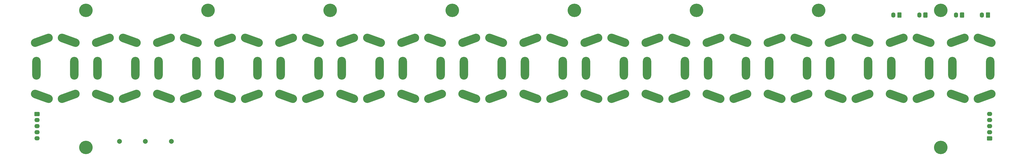
<source format=gts>
G04 #@! TF.GenerationSoftware,KiCad,Pcbnew,6.0.5+dfsg-1~bpo11+1*
G04 #@! TF.CreationDate,2022-08-13T18:52:41+00:00*
G04 #@! TF.ProjectId,switch_board,73776974-6368-45f6-926f-6172642e6b69,0.1*
G04 #@! TF.SameCoordinates,Original*
G04 #@! TF.FileFunction,Soldermask,Top*
G04 #@! TF.FilePolarity,Negative*
%FSLAX46Y46*%
G04 Gerber Fmt 4.6, Leading zero omitted, Abs format (unit mm)*
G04 Created by KiCad (PCBNEW 6.0.5+dfsg-1~bpo11+1) date 2022-08-13 18:52:41*
%MOMM*%
%LPD*%
G01*
G04 APERTURE LIST*
%ADD10O,3.500000X9.500000*%
%ADD11C,5.600000*%
%ADD12O,1.740000X2.190000*%
%ADD13O,2.190000X1.740000*%
%ADD14C,2.000000*%
G04 APERTURE END LIST*
G36*
G01*
X250632543Y-141354522D02*
X244994387Y-139302402D01*
G75*
G02*
X243948460Y-137059405I598535J1644462D01*
G01*
X243948460Y-137059405D01*
G75*
G02*
X246191457Y-136013478I1644462J-598535D01*
G01*
X251829613Y-138065598D01*
G75*
G02*
X252875540Y-140308595I-598535J-1644462D01*
G01*
X252875540Y-140308595D01*
G75*
G02*
X250632543Y-141354522I-1644462J598535D01*
G01*
G37*
D10*
X246126000Y-127000000D03*
G36*
G01*
X244994387Y-114697598D02*
X250632543Y-112645478D01*
G75*
G02*
X252875540Y-113691405I598535J-1644462D01*
G01*
X252875540Y-113691405D01*
G75*
G02*
X251829613Y-115934402I-1644462J-598535D01*
G01*
X246191457Y-117986522D01*
G75*
G02*
X243948460Y-116940595I-598535J1644462D01*
G01*
X243948460Y-116940595D01*
G75*
G02*
X244994387Y-114697598I1644462J598535D01*
G01*
G37*
G36*
G01*
X256170387Y-138065598D02*
X261808543Y-136013478D01*
G75*
G02*
X264051540Y-137059405I598535J-1644462D01*
G01*
X264051540Y-137059405D01*
G75*
G02*
X263005613Y-139302402I-1644462J-598535D01*
G01*
X257367457Y-141354522D01*
G75*
G02*
X255124460Y-140308595I-598535J1644462D01*
G01*
X255124460Y-140308595D01*
G75*
G02*
X256170387Y-138065598I1644462J598535D01*
G01*
G37*
X261874000Y-127000000D03*
G36*
G01*
X261808543Y-117986522D02*
X256170387Y-115934402D01*
G75*
G02*
X255124460Y-113691405I598535J1644462D01*
G01*
X255124460Y-113691405D01*
G75*
G02*
X257367457Y-112645478I1644462J-598535D01*
G01*
X263005613Y-114697598D01*
G75*
G02*
X264051540Y-116940595I-598535J-1644462D01*
G01*
X264051540Y-116940595D01*
G75*
G02*
X261808543Y-117986522I-1644462J598535D01*
G01*
G37*
G36*
G01*
X377632543Y-141354522D02*
X371994387Y-139302402D01*
G75*
G02*
X370948460Y-137059405I598535J1644462D01*
G01*
X370948460Y-137059405D01*
G75*
G02*
X373191457Y-136013478I1644462J-598535D01*
G01*
X378829613Y-138065598D01*
G75*
G02*
X379875540Y-140308595I-598535J-1644462D01*
G01*
X379875540Y-140308595D01*
G75*
G02*
X377632543Y-141354522I-1644462J598535D01*
G01*
G37*
X373126000Y-127000000D03*
G36*
G01*
X371994387Y-114697598D02*
X377632543Y-112645478D01*
G75*
G02*
X379875540Y-113691405I598535J-1644462D01*
G01*
X379875540Y-113691405D01*
G75*
G02*
X378829613Y-115934402I-1644462J-598535D01*
G01*
X373191457Y-117986522D01*
G75*
G02*
X370948460Y-116940595I-598535J1644462D01*
G01*
X370948460Y-116940595D01*
G75*
G02*
X371994387Y-114697598I1644462J598535D01*
G01*
G37*
G36*
G01*
X383170387Y-138065598D02*
X388808543Y-136013478D01*
G75*
G02*
X391051540Y-137059405I598535J-1644462D01*
G01*
X391051540Y-137059405D01*
G75*
G02*
X390005613Y-139302402I-1644462J-598535D01*
G01*
X384367457Y-141354522D01*
G75*
G02*
X382124460Y-140308595I-598535J1644462D01*
G01*
X382124460Y-140308595D01*
G75*
G02*
X383170387Y-138065598I1644462J598535D01*
G01*
G37*
X388874000Y-127000000D03*
G36*
G01*
X388808543Y-117986522D02*
X383170387Y-115934402D01*
G75*
G02*
X382124460Y-113691405I598535J1644462D01*
G01*
X382124460Y-113691405D01*
G75*
G02*
X384367457Y-112645478I1644462J-598535D01*
G01*
X390005613Y-114697598D01*
G75*
G02*
X391051540Y-116940595I-598535J-1644462D01*
G01*
X391051540Y-116940595D01*
G75*
G02*
X388808543Y-117986522I-1644462J598535D01*
G01*
G37*
G36*
G01*
X174432543Y-141354522D02*
X168794387Y-139302402D01*
G75*
G02*
X167748460Y-137059405I598535J1644462D01*
G01*
X167748460Y-137059405D01*
G75*
G02*
X169991457Y-136013478I1644462J-598535D01*
G01*
X175629613Y-138065598D01*
G75*
G02*
X176675540Y-140308595I-598535J-1644462D01*
G01*
X176675540Y-140308595D01*
G75*
G02*
X174432543Y-141354522I-1644462J598535D01*
G01*
G37*
X169926000Y-127000000D03*
G36*
G01*
X168794387Y-114697598D02*
X174432543Y-112645478D01*
G75*
G02*
X176675540Y-113691405I598535J-1644462D01*
G01*
X176675540Y-113691405D01*
G75*
G02*
X175629613Y-115934402I-1644462J-598535D01*
G01*
X169991457Y-117986522D01*
G75*
G02*
X167748460Y-116940595I-598535J1644462D01*
G01*
X167748460Y-116940595D01*
G75*
G02*
X168794387Y-114697598I1644462J598535D01*
G01*
G37*
G36*
G01*
X179970387Y-138065598D02*
X185608543Y-136013478D01*
G75*
G02*
X187851540Y-137059405I598535J-1644462D01*
G01*
X187851540Y-137059405D01*
G75*
G02*
X186805613Y-139302402I-1644462J-598535D01*
G01*
X181167457Y-141354522D01*
G75*
G02*
X178924460Y-140308595I-598535J1644462D01*
G01*
X178924460Y-140308595D01*
G75*
G02*
X179970387Y-138065598I1644462J598535D01*
G01*
G37*
X185674000Y-127000000D03*
G36*
G01*
X185608543Y-117986522D02*
X179970387Y-115934402D01*
G75*
G02*
X178924460Y-113691405I598535J1644462D01*
G01*
X178924460Y-113691405D01*
G75*
G02*
X181167457Y-112645478I1644462J-598535D01*
G01*
X186805613Y-114697598D01*
G75*
G02*
X187851540Y-116940595I-598535J-1644462D01*
G01*
X187851540Y-116940595D01*
G75*
G02*
X185608543Y-117986522I-1644462J598535D01*
G01*
G37*
G36*
G01*
X47432543Y-141354522D02*
X41794387Y-139302402D01*
G75*
G02*
X40748460Y-137059405I598535J1644462D01*
G01*
X40748460Y-137059405D01*
G75*
G02*
X42991457Y-136013478I1644462J-598535D01*
G01*
X48629613Y-138065598D01*
G75*
G02*
X49675540Y-140308595I-598535J-1644462D01*
G01*
X49675540Y-140308595D01*
G75*
G02*
X47432543Y-141354522I-1644462J598535D01*
G01*
G37*
X42926000Y-127000000D03*
G36*
G01*
X41794387Y-114697598D02*
X47432543Y-112645478D01*
G75*
G02*
X49675540Y-113691405I598535J-1644462D01*
G01*
X49675540Y-113691405D01*
G75*
G02*
X48629613Y-115934402I-1644462J-598535D01*
G01*
X42991457Y-117986522D01*
G75*
G02*
X40748460Y-116940595I-598535J1644462D01*
G01*
X40748460Y-116940595D01*
G75*
G02*
X41794387Y-114697598I1644462J598535D01*
G01*
G37*
G36*
G01*
X52970387Y-138065598D02*
X58608543Y-136013478D01*
G75*
G02*
X60851540Y-137059405I598535J-1644462D01*
G01*
X60851540Y-137059405D01*
G75*
G02*
X59805613Y-139302402I-1644462J-598535D01*
G01*
X54167457Y-141354522D01*
G75*
G02*
X51924460Y-140308595I-598535J1644462D01*
G01*
X51924460Y-140308595D01*
G75*
G02*
X52970387Y-138065598I1644462J598535D01*
G01*
G37*
X58674000Y-127000000D03*
G36*
G01*
X58608543Y-117986522D02*
X52970387Y-115934402D01*
G75*
G02*
X51924460Y-113691405I598535J1644462D01*
G01*
X51924460Y-113691405D01*
G75*
G02*
X54167457Y-112645478I1644462J-598535D01*
G01*
X59805613Y-114697598D01*
G75*
G02*
X60851540Y-116940595I-598535J-1644462D01*
G01*
X60851540Y-116940595D01*
G75*
G02*
X58608543Y-117986522I-1644462J598535D01*
G01*
G37*
G36*
G01*
X403032543Y-141354522D02*
X397394387Y-139302402D01*
G75*
G02*
X396348460Y-137059405I598535J1644462D01*
G01*
X396348460Y-137059405D01*
G75*
G02*
X398591457Y-136013478I1644462J-598535D01*
G01*
X404229613Y-138065598D01*
G75*
G02*
X405275540Y-140308595I-598535J-1644462D01*
G01*
X405275540Y-140308595D01*
G75*
G02*
X403032543Y-141354522I-1644462J598535D01*
G01*
G37*
X398526000Y-127000000D03*
G36*
G01*
X397394387Y-114697598D02*
X403032543Y-112645478D01*
G75*
G02*
X405275540Y-113691405I598535J-1644462D01*
G01*
X405275540Y-113691405D01*
G75*
G02*
X404229613Y-115934402I-1644462J-598535D01*
G01*
X398591457Y-117986522D01*
G75*
G02*
X396348460Y-116940595I-598535J1644462D01*
G01*
X396348460Y-116940595D01*
G75*
G02*
X397394387Y-114697598I1644462J598535D01*
G01*
G37*
G36*
G01*
X408570387Y-138065598D02*
X414208543Y-136013478D01*
G75*
G02*
X416451540Y-137059405I598535J-1644462D01*
G01*
X416451540Y-137059405D01*
G75*
G02*
X415405613Y-139302402I-1644462J-598535D01*
G01*
X409767457Y-141354522D01*
G75*
G02*
X407524460Y-140308595I-598535J1644462D01*
G01*
X407524460Y-140308595D01*
G75*
G02*
X408570387Y-138065598I1644462J598535D01*
G01*
G37*
X414274000Y-127000000D03*
G36*
G01*
X414208543Y-117986522D02*
X408570387Y-115934402D01*
G75*
G02*
X407524460Y-113691405I598535J1644462D01*
G01*
X407524460Y-113691405D01*
G75*
G02*
X409767457Y-112645478I1644462J-598535D01*
G01*
X415405613Y-114697598D01*
G75*
G02*
X416451540Y-116940595I-598535J-1644462D01*
G01*
X416451540Y-116940595D01*
G75*
G02*
X414208543Y-117986522I-1644462J598535D01*
G01*
G37*
G36*
G01*
X98232543Y-141354522D02*
X92594387Y-139302402D01*
G75*
G02*
X91548460Y-137059405I598535J1644462D01*
G01*
X91548460Y-137059405D01*
G75*
G02*
X93791457Y-136013478I1644462J-598535D01*
G01*
X99429613Y-138065598D01*
G75*
G02*
X100475540Y-140308595I-598535J-1644462D01*
G01*
X100475540Y-140308595D01*
G75*
G02*
X98232543Y-141354522I-1644462J598535D01*
G01*
G37*
X93726000Y-127000000D03*
G36*
G01*
X92594387Y-114697598D02*
X98232543Y-112645478D01*
G75*
G02*
X100475540Y-113691405I598535J-1644462D01*
G01*
X100475540Y-113691405D01*
G75*
G02*
X99429613Y-115934402I-1644462J-598535D01*
G01*
X93791457Y-117986522D01*
G75*
G02*
X91548460Y-116940595I-598535J1644462D01*
G01*
X91548460Y-116940595D01*
G75*
G02*
X92594387Y-114697598I1644462J598535D01*
G01*
G37*
G36*
G01*
X103770387Y-138065598D02*
X109408543Y-136013478D01*
G75*
G02*
X111651540Y-137059405I598535J-1644462D01*
G01*
X111651540Y-137059405D01*
G75*
G02*
X110605613Y-139302402I-1644462J-598535D01*
G01*
X104967457Y-141354522D01*
G75*
G02*
X102724460Y-140308595I-598535J1644462D01*
G01*
X102724460Y-140308595D01*
G75*
G02*
X103770387Y-138065598I1644462J598535D01*
G01*
G37*
X109474000Y-127000000D03*
G36*
G01*
X109408543Y-117986522D02*
X103770387Y-115934402D01*
G75*
G02*
X102724460Y-113691405I598535J1644462D01*
G01*
X102724460Y-113691405D01*
G75*
G02*
X104967457Y-112645478I1644462J-598535D01*
G01*
X110605613Y-114697598D01*
G75*
G02*
X111651540Y-116940595I-598535J-1644462D01*
G01*
X111651540Y-116940595D01*
G75*
G02*
X109408543Y-117986522I-1644462J598535D01*
G01*
G37*
D11*
X292100000Y-102870000D03*
X38100000Y-160020000D03*
X88900000Y-102870000D03*
X38100000Y-102870000D03*
G36*
G01*
X22032543Y-141354522D02*
X16394387Y-139302402D01*
G75*
G02*
X15348460Y-137059405I598535J1644462D01*
G01*
X15348460Y-137059405D01*
G75*
G02*
X17591457Y-136013478I1644462J-598535D01*
G01*
X23229613Y-138065598D01*
G75*
G02*
X24275540Y-140308595I-598535J-1644462D01*
G01*
X24275540Y-140308595D01*
G75*
G02*
X22032543Y-141354522I-1644462J598535D01*
G01*
G37*
D10*
X17526000Y-127000000D03*
G36*
G01*
X16394387Y-114697598D02*
X22032543Y-112645478D01*
G75*
G02*
X24275540Y-113691405I598535J-1644462D01*
G01*
X24275540Y-113691405D01*
G75*
G02*
X23229613Y-115934402I-1644462J-598535D01*
G01*
X17591457Y-117986522D01*
G75*
G02*
X15348460Y-116940595I-598535J1644462D01*
G01*
X15348460Y-116940595D01*
G75*
G02*
X16394387Y-114697598I1644462J598535D01*
G01*
G37*
G36*
G01*
X27570387Y-138065598D02*
X33208543Y-136013478D01*
G75*
G02*
X35451540Y-137059405I598535J-1644462D01*
G01*
X35451540Y-137059405D01*
G75*
G02*
X34405613Y-139302402I-1644462J-598535D01*
G01*
X28767457Y-141354522D01*
G75*
G02*
X26524460Y-140308595I-598535J1644462D01*
G01*
X26524460Y-140308595D01*
G75*
G02*
X27570387Y-138065598I1644462J598535D01*
G01*
G37*
X33274000Y-127000000D03*
G36*
G01*
X33208543Y-117986522D02*
X27570387Y-115934402D01*
G75*
G02*
X26524460Y-113691405I598535J1644462D01*
G01*
X26524460Y-113691405D01*
G75*
G02*
X28767457Y-112645478I1644462J-598535D01*
G01*
X34405613Y-114697598D01*
G75*
G02*
X35451540Y-116940595I-598535J-1644462D01*
G01*
X35451540Y-116940595D01*
G75*
G02*
X33208543Y-117986522I-1644462J598535D01*
G01*
G37*
G36*
G01*
X225232543Y-141354522D02*
X219594387Y-139302402D01*
G75*
G02*
X218548460Y-137059405I598535J1644462D01*
G01*
X218548460Y-137059405D01*
G75*
G02*
X220791457Y-136013478I1644462J-598535D01*
G01*
X226429613Y-138065598D01*
G75*
G02*
X227475540Y-140308595I-598535J-1644462D01*
G01*
X227475540Y-140308595D01*
G75*
G02*
X225232543Y-141354522I-1644462J598535D01*
G01*
G37*
X220726000Y-127000000D03*
G36*
G01*
X219594387Y-114697598D02*
X225232543Y-112645478D01*
G75*
G02*
X227475540Y-113691405I598535J-1644462D01*
G01*
X227475540Y-113691405D01*
G75*
G02*
X226429613Y-115934402I-1644462J-598535D01*
G01*
X220791457Y-117986522D01*
G75*
G02*
X218548460Y-116940595I-598535J1644462D01*
G01*
X218548460Y-116940595D01*
G75*
G02*
X219594387Y-114697598I1644462J598535D01*
G01*
G37*
G36*
G01*
X230770387Y-138065598D02*
X236408543Y-136013478D01*
G75*
G02*
X238651540Y-137059405I598535J-1644462D01*
G01*
X238651540Y-137059405D01*
G75*
G02*
X237605613Y-139302402I-1644462J-598535D01*
G01*
X231967457Y-141354522D01*
G75*
G02*
X229724460Y-140308595I-598535J1644462D01*
G01*
X229724460Y-140308595D01*
G75*
G02*
X230770387Y-138065598I1644462J598535D01*
G01*
G37*
X236474000Y-127000000D03*
G36*
G01*
X236408543Y-117986522D02*
X230770387Y-115934402D01*
G75*
G02*
X229724460Y-113691405I598535J1644462D01*
G01*
X229724460Y-113691405D01*
G75*
G02*
X231967457Y-112645478I1644462J-598535D01*
G01*
X237605613Y-114697598D01*
G75*
G02*
X238651540Y-116940595I-598535J-1644462D01*
G01*
X238651540Y-116940595D01*
G75*
G02*
X236408543Y-117986522I-1644462J598535D01*
G01*
G37*
G36*
G01*
X123632543Y-141354522D02*
X117994387Y-139302402D01*
G75*
G02*
X116948460Y-137059405I598535J1644462D01*
G01*
X116948460Y-137059405D01*
G75*
G02*
X119191457Y-136013478I1644462J-598535D01*
G01*
X124829613Y-138065598D01*
G75*
G02*
X125875540Y-140308595I-598535J-1644462D01*
G01*
X125875540Y-140308595D01*
G75*
G02*
X123632543Y-141354522I-1644462J598535D01*
G01*
G37*
X119126000Y-127000000D03*
G36*
G01*
X117994387Y-114697598D02*
X123632543Y-112645478D01*
G75*
G02*
X125875540Y-113691405I598535J-1644462D01*
G01*
X125875540Y-113691405D01*
G75*
G02*
X124829613Y-115934402I-1644462J-598535D01*
G01*
X119191457Y-117986522D01*
G75*
G02*
X116948460Y-116940595I-598535J1644462D01*
G01*
X116948460Y-116940595D01*
G75*
G02*
X117994387Y-114697598I1644462J598535D01*
G01*
G37*
G36*
G01*
X129170387Y-138065598D02*
X134808543Y-136013478D01*
G75*
G02*
X137051540Y-137059405I598535J-1644462D01*
G01*
X137051540Y-137059405D01*
G75*
G02*
X136005613Y-139302402I-1644462J-598535D01*
G01*
X130367457Y-141354522D01*
G75*
G02*
X128124460Y-140308595I-598535J1644462D01*
G01*
X128124460Y-140308595D01*
G75*
G02*
X129170387Y-138065598I1644462J598535D01*
G01*
G37*
X134874000Y-127000000D03*
G36*
G01*
X134808543Y-117986522D02*
X129170387Y-115934402D01*
G75*
G02*
X128124460Y-113691405I598535J1644462D01*
G01*
X128124460Y-113691405D01*
G75*
G02*
X130367457Y-112645478I1644462J-598535D01*
G01*
X136005613Y-114697598D01*
G75*
G02*
X137051540Y-116940595I-598535J-1644462D01*
G01*
X137051540Y-116940595D01*
G75*
G02*
X134808543Y-117986522I-1644462J598535D01*
G01*
G37*
G36*
G01*
X326832543Y-141354522D02*
X321194387Y-139302402D01*
G75*
G02*
X320148460Y-137059405I598535J1644462D01*
G01*
X320148460Y-137059405D01*
G75*
G02*
X322391457Y-136013478I1644462J-598535D01*
G01*
X328029613Y-138065598D01*
G75*
G02*
X329075540Y-140308595I-598535J-1644462D01*
G01*
X329075540Y-140308595D01*
G75*
G02*
X326832543Y-141354522I-1644462J598535D01*
G01*
G37*
X322326000Y-127000000D03*
G36*
G01*
X321194387Y-114697598D02*
X326832543Y-112645478D01*
G75*
G02*
X329075540Y-113691405I598535J-1644462D01*
G01*
X329075540Y-113691405D01*
G75*
G02*
X328029613Y-115934402I-1644462J-598535D01*
G01*
X322391457Y-117986522D01*
G75*
G02*
X320148460Y-116940595I-598535J1644462D01*
G01*
X320148460Y-116940595D01*
G75*
G02*
X321194387Y-114697598I1644462J598535D01*
G01*
G37*
G36*
G01*
X332370387Y-138065598D02*
X338008543Y-136013478D01*
G75*
G02*
X340251540Y-137059405I598535J-1644462D01*
G01*
X340251540Y-137059405D01*
G75*
G02*
X339205613Y-139302402I-1644462J-598535D01*
G01*
X333567457Y-141354522D01*
G75*
G02*
X331324460Y-140308595I-598535J1644462D01*
G01*
X331324460Y-140308595D01*
G75*
G02*
X332370387Y-138065598I1644462J598535D01*
G01*
G37*
X338074000Y-127000000D03*
G36*
G01*
X338008543Y-117986522D02*
X332370387Y-115934402D01*
G75*
G02*
X331324460Y-113691405I598535J1644462D01*
G01*
X331324460Y-113691405D01*
G75*
G02*
X333567457Y-112645478I1644462J-598535D01*
G01*
X339205613Y-114697598D01*
G75*
G02*
X340251540Y-116940595I-598535J-1644462D01*
G01*
X340251540Y-116940595D01*
G75*
G02*
X338008543Y-117986522I-1644462J598535D01*
G01*
G37*
D11*
X139700000Y-102870000D03*
G36*
G01*
X276032543Y-141354522D02*
X270394387Y-139302402D01*
G75*
G02*
X269348460Y-137059405I598535J1644462D01*
G01*
X269348460Y-137059405D01*
G75*
G02*
X271591457Y-136013478I1644462J-598535D01*
G01*
X277229613Y-138065598D01*
G75*
G02*
X278275540Y-140308595I-598535J-1644462D01*
G01*
X278275540Y-140308595D01*
G75*
G02*
X276032543Y-141354522I-1644462J598535D01*
G01*
G37*
D10*
X271526000Y-127000000D03*
G36*
G01*
X270394387Y-114697598D02*
X276032543Y-112645478D01*
G75*
G02*
X278275540Y-113691405I598535J-1644462D01*
G01*
X278275540Y-113691405D01*
G75*
G02*
X277229613Y-115934402I-1644462J-598535D01*
G01*
X271591457Y-117986522D01*
G75*
G02*
X269348460Y-116940595I-598535J1644462D01*
G01*
X269348460Y-116940595D01*
G75*
G02*
X270394387Y-114697598I1644462J598535D01*
G01*
G37*
G36*
G01*
X281570387Y-138065598D02*
X287208543Y-136013478D01*
G75*
G02*
X289451540Y-137059405I598535J-1644462D01*
G01*
X289451540Y-137059405D01*
G75*
G02*
X288405613Y-139302402I-1644462J-598535D01*
G01*
X282767457Y-141354522D01*
G75*
G02*
X280524460Y-140308595I-598535J1644462D01*
G01*
X280524460Y-140308595D01*
G75*
G02*
X281570387Y-138065598I1644462J598535D01*
G01*
G37*
X287274000Y-127000000D03*
G36*
G01*
X287208543Y-117986522D02*
X281570387Y-115934402D01*
G75*
G02*
X280524460Y-113691405I598535J1644462D01*
G01*
X280524460Y-113691405D01*
G75*
G02*
X282767457Y-112645478I1644462J-598535D01*
G01*
X288405613Y-114697598D01*
G75*
G02*
X289451540Y-116940595I-598535J-1644462D01*
G01*
X289451540Y-116940595D01*
G75*
G02*
X287208543Y-117986522I-1644462J598535D01*
G01*
G37*
G36*
G01*
X149032543Y-141354522D02*
X143394387Y-139302402D01*
G75*
G02*
X142348460Y-137059405I598535J1644462D01*
G01*
X142348460Y-137059405D01*
G75*
G02*
X144591457Y-136013478I1644462J-598535D01*
G01*
X150229613Y-138065598D01*
G75*
G02*
X151275540Y-140308595I-598535J-1644462D01*
G01*
X151275540Y-140308595D01*
G75*
G02*
X149032543Y-141354522I-1644462J598535D01*
G01*
G37*
X144526000Y-127000000D03*
G36*
G01*
X143394387Y-114697598D02*
X149032543Y-112645478D01*
G75*
G02*
X151275540Y-113691405I598535J-1644462D01*
G01*
X151275540Y-113691405D01*
G75*
G02*
X150229613Y-115934402I-1644462J-598535D01*
G01*
X144591457Y-117986522D01*
G75*
G02*
X142348460Y-116940595I-598535J1644462D01*
G01*
X142348460Y-116940595D01*
G75*
G02*
X143394387Y-114697598I1644462J598535D01*
G01*
G37*
G36*
G01*
X154570387Y-138065598D02*
X160208543Y-136013478D01*
G75*
G02*
X162451540Y-137059405I598535J-1644462D01*
G01*
X162451540Y-137059405D01*
G75*
G02*
X161405613Y-139302402I-1644462J-598535D01*
G01*
X155767457Y-141354522D01*
G75*
G02*
X153524460Y-140308595I-598535J1644462D01*
G01*
X153524460Y-140308595D01*
G75*
G02*
X154570387Y-138065598I1644462J598535D01*
G01*
G37*
X160274000Y-127000000D03*
G36*
G01*
X160208543Y-117986522D02*
X154570387Y-115934402D01*
G75*
G02*
X153524460Y-113691405I598535J1644462D01*
G01*
X153524460Y-113691405D01*
G75*
G02*
X155767457Y-112645478I1644462J-598535D01*
G01*
X161405613Y-114697598D01*
G75*
G02*
X162451540Y-116940595I-598535J-1644462D01*
G01*
X162451540Y-116940595D01*
G75*
G02*
X160208543Y-117986522I-1644462J598535D01*
G01*
G37*
G36*
G01*
X301432543Y-141354522D02*
X295794387Y-139302402D01*
G75*
G02*
X294748460Y-137059405I598535J1644462D01*
G01*
X294748460Y-137059405D01*
G75*
G02*
X296991457Y-136013478I1644462J-598535D01*
G01*
X302629613Y-138065598D01*
G75*
G02*
X303675540Y-140308595I-598535J-1644462D01*
G01*
X303675540Y-140308595D01*
G75*
G02*
X301432543Y-141354522I-1644462J598535D01*
G01*
G37*
X296926000Y-127000000D03*
G36*
G01*
X295794387Y-114697598D02*
X301432543Y-112645478D01*
G75*
G02*
X303675540Y-113691405I598535J-1644462D01*
G01*
X303675540Y-113691405D01*
G75*
G02*
X302629613Y-115934402I-1644462J-598535D01*
G01*
X296991457Y-117986522D01*
G75*
G02*
X294748460Y-116940595I-598535J1644462D01*
G01*
X294748460Y-116940595D01*
G75*
G02*
X295794387Y-114697598I1644462J598535D01*
G01*
G37*
G36*
G01*
X306970387Y-138065598D02*
X312608543Y-136013478D01*
G75*
G02*
X314851540Y-137059405I598535J-1644462D01*
G01*
X314851540Y-137059405D01*
G75*
G02*
X313805613Y-139302402I-1644462J-598535D01*
G01*
X308167457Y-141354522D01*
G75*
G02*
X305924460Y-140308595I-598535J1644462D01*
G01*
X305924460Y-140308595D01*
G75*
G02*
X306970387Y-138065598I1644462J598535D01*
G01*
G37*
X312674000Y-127000000D03*
G36*
G01*
X312608543Y-117986522D02*
X306970387Y-115934402D01*
G75*
G02*
X305924460Y-113691405I598535J1644462D01*
G01*
X305924460Y-113691405D01*
G75*
G02*
X308167457Y-112645478I1644462J-598535D01*
G01*
X313805613Y-114697598D01*
G75*
G02*
X314851540Y-116940595I-598535J-1644462D01*
G01*
X314851540Y-116940595D01*
G75*
G02*
X312608543Y-117986522I-1644462J598535D01*
G01*
G37*
G36*
G01*
X199832543Y-141354522D02*
X194194387Y-139302402D01*
G75*
G02*
X193148460Y-137059405I598535J1644462D01*
G01*
X193148460Y-137059405D01*
G75*
G02*
X195391457Y-136013478I1644462J-598535D01*
G01*
X201029613Y-138065598D01*
G75*
G02*
X202075540Y-140308595I-598535J-1644462D01*
G01*
X202075540Y-140308595D01*
G75*
G02*
X199832543Y-141354522I-1644462J598535D01*
G01*
G37*
X195326000Y-127000000D03*
G36*
G01*
X194194387Y-114697598D02*
X199832543Y-112645478D01*
G75*
G02*
X202075540Y-113691405I598535J-1644462D01*
G01*
X202075540Y-113691405D01*
G75*
G02*
X201029613Y-115934402I-1644462J-598535D01*
G01*
X195391457Y-117986522D01*
G75*
G02*
X193148460Y-116940595I-598535J1644462D01*
G01*
X193148460Y-116940595D01*
G75*
G02*
X194194387Y-114697598I1644462J598535D01*
G01*
G37*
G36*
G01*
X205370387Y-138065598D02*
X211008543Y-136013478D01*
G75*
G02*
X213251540Y-137059405I598535J-1644462D01*
G01*
X213251540Y-137059405D01*
G75*
G02*
X212205613Y-139302402I-1644462J-598535D01*
G01*
X206567457Y-141354522D01*
G75*
G02*
X204324460Y-140308595I-598535J1644462D01*
G01*
X204324460Y-140308595D01*
G75*
G02*
X205370387Y-138065598I1644462J598535D01*
G01*
G37*
X211074000Y-127000000D03*
G36*
G01*
X211008543Y-117986522D02*
X205370387Y-115934402D01*
G75*
G02*
X204324460Y-113691405I598535J1644462D01*
G01*
X204324460Y-113691405D01*
G75*
G02*
X206567457Y-112645478I1644462J-598535D01*
G01*
X212205613Y-114697598D01*
G75*
G02*
X213251540Y-116940595I-598535J-1644462D01*
G01*
X213251540Y-116940595D01*
G75*
G02*
X211008543Y-117986522I-1644462J598535D01*
G01*
G37*
D11*
X342900000Y-102870000D03*
G36*
G01*
X72832543Y-141354522D02*
X67194387Y-139302402D01*
G75*
G02*
X66148460Y-137059405I598535J1644462D01*
G01*
X66148460Y-137059405D01*
G75*
G02*
X68391457Y-136013478I1644462J-598535D01*
G01*
X74029613Y-138065598D01*
G75*
G02*
X75075540Y-140308595I-598535J-1644462D01*
G01*
X75075540Y-140308595D01*
G75*
G02*
X72832543Y-141354522I-1644462J598535D01*
G01*
G37*
D10*
X68326000Y-127000000D03*
G36*
G01*
X67194387Y-114697598D02*
X72832543Y-112645478D01*
G75*
G02*
X75075540Y-113691405I598535J-1644462D01*
G01*
X75075540Y-113691405D01*
G75*
G02*
X74029613Y-115934402I-1644462J-598535D01*
G01*
X68391457Y-117986522D01*
G75*
G02*
X66148460Y-116940595I-598535J1644462D01*
G01*
X66148460Y-116940595D01*
G75*
G02*
X67194387Y-114697598I1644462J598535D01*
G01*
G37*
G36*
G01*
X78370387Y-138065598D02*
X84008543Y-136013478D01*
G75*
G02*
X86251540Y-137059405I598535J-1644462D01*
G01*
X86251540Y-137059405D01*
G75*
G02*
X85205613Y-139302402I-1644462J-598535D01*
G01*
X79567457Y-141354522D01*
G75*
G02*
X77324460Y-140308595I-598535J1644462D01*
G01*
X77324460Y-140308595D01*
G75*
G02*
X78370387Y-138065598I1644462J598535D01*
G01*
G37*
X84074000Y-127000000D03*
G36*
G01*
X84008543Y-117986522D02*
X78370387Y-115934402D01*
G75*
G02*
X77324460Y-113691405I598535J1644462D01*
G01*
X77324460Y-113691405D01*
G75*
G02*
X79567457Y-112645478I1644462J-598535D01*
G01*
X85205613Y-114697598D01*
G75*
G02*
X86251540Y-116940595I-598535J-1644462D01*
G01*
X86251540Y-116940595D01*
G75*
G02*
X84008543Y-117986522I-1644462J598535D01*
G01*
G37*
G36*
G01*
X352232543Y-141354522D02*
X346594387Y-139302402D01*
G75*
G02*
X345548460Y-137059405I598535J1644462D01*
G01*
X345548460Y-137059405D01*
G75*
G02*
X347791457Y-136013478I1644462J-598535D01*
G01*
X353429613Y-138065598D01*
G75*
G02*
X354475540Y-140308595I-598535J-1644462D01*
G01*
X354475540Y-140308595D01*
G75*
G02*
X352232543Y-141354522I-1644462J598535D01*
G01*
G37*
X347726000Y-127000000D03*
G36*
G01*
X346594387Y-114697598D02*
X352232543Y-112645478D01*
G75*
G02*
X354475540Y-113691405I598535J-1644462D01*
G01*
X354475540Y-113691405D01*
G75*
G02*
X353429613Y-115934402I-1644462J-598535D01*
G01*
X347791457Y-117986522D01*
G75*
G02*
X345548460Y-116940595I-598535J1644462D01*
G01*
X345548460Y-116940595D01*
G75*
G02*
X346594387Y-114697598I1644462J598535D01*
G01*
G37*
G36*
G01*
X357770387Y-138065598D02*
X363408543Y-136013478D01*
G75*
G02*
X365651540Y-137059405I598535J-1644462D01*
G01*
X365651540Y-137059405D01*
G75*
G02*
X364605613Y-139302402I-1644462J-598535D01*
G01*
X358967457Y-141354522D01*
G75*
G02*
X356724460Y-140308595I-598535J1644462D01*
G01*
X356724460Y-140308595D01*
G75*
G02*
X357770387Y-138065598I1644462J598535D01*
G01*
G37*
X363474000Y-127000000D03*
G36*
G01*
X363408543Y-117986522D02*
X357770387Y-115934402D01*
G75*
G02*
X356724460Y-113691405I598535J1644462D01*
G01*
X356724460Y-113691405D01*
G75*
G02*
X358967457Y-112645478I1644462J-598535D01*
G01*
X364605613Y-114697598D01*
G75*
G02*
X365651540Y-116940595I-598535J-1644462D01*
G01*
X365651540Y-116940595D01*
G75*
G02*
X363408543Y-117986522I-1644462J598535D01*
G01*
G37*
D11*
X241300000Y-102870000D03*
X393700000Y-102870000D03*
X190500000Y-102870000D03*
X393700000Y-160020000D03*
G36*
G01*
X403460000Y-103950000D02*
X403460000Y-105640000D01*
G75*
G02*
X403210000Y-105890000I-250000J0D01*
G01*
X401970000Y-105890000D01*
G75*
G02*
X401720000Y-105640000I0J250000D01*
G01*
X401720000Y-103950000D01*
G75*
G02*
X401970000Y-103700000I250000J0D01*
G01*
X403210000Y-103700000D01*
G75*
G02*
X403460000Y-103950000I0J-250000D01*
G01*
G37*
D12*
X400050000Y-104795000D03*
G36*
G01*
X16935000Y-145180000D02*
X18625000Y-145180000D01*
G75*
G02*
X18875000Y-145430000I0J-250000D01*
G01*
X18875000Y-146670000D01*
G75*
G02*
X18625000Y-146920000I-250000J0D01*
G01*
X16935000Y-146920000D01*
G75*
G02*
X16685000Y-146670000I0J250000D01*
G01*
X16685000Y-145430000D01*
G75*
G02*
X16935000Y-145180000I250000J0D01*
G01*
G37*
D13*
X17780000Y-148590000D03*
X17780000Y-151130000D03*
X17780000Y-153670000D03*
X17780000Y-156210000D03*
D14*
X62865000Y-157480000D03*
G36*
G01*
X388220000Y-103950000D02*
X388220000Y-105640000D01*
G75*
G02*
X387970000Y-105890000I-250000J0D01*
G01*
X386730000Y-105890000D01*
G75*
G02*
X386480000Y-105640000I0J250000D01*
G01*
X386480000Y-103950000D01*
G75*
G02*
X386730000Y-103700000I250000J0D01*
G01*
X387970000Y-103700000D01*
G75*
G02*
X388220000Y-103950000I0J-250000D01*
G01*
G37*
D12*
X384810000Y-104795000D03*
G36*
G01*
X414865000Y-157080000D02*
X413175000Y-157080000D01*
G75*
G02*
X412925000Y-156830000I0J250000D01*
G01*
X412925000Y-155590000D01*
G75*
G02*
X413175000Y-155340000I250000J0D01*
G01*
X414865000Y-155340000D01*
G75*
G02*
X415115000Y-155590000I0J-250000D01*
G01*
X415115000Y-156830000D01*
G75*
G02*
X414865000Y-157080000I-250000J0D01*
G01*
G37*
D13*
X414020000Y-153670000D03*
X414020000Y-151130000D03*
X414020000Y-148590000D03*
X414020000Y-146050000D03*
D14*
X52070000Y-157480000D03*
X73660000Y-157480000D03*
G36*
G01*
X414255000Y-103950000D02*
X414255000Y-105640000D01*
G75*
G02*
X414005000Y-105890000I-250000J0D01*
G01*
X412765000Y-105890000D01*
G75*
G02*
X412515000Y-105640000I0J250000D01*
G01*
X412515000Y-103950000D01*
G75*
G02*
X412765000Y-103700000I250000J0D01*
G01*
X414005000Y-103700000D01*
G75*
G02*
X414255000Y-103950000I0J-250000D01*
G01*
G37*
D12*
X410845000Y-104795000D03*
G36*
G01*
X377425000Y-103950000D02*
X377425000Y-105640000D01*
G75*
G02*
X377175000Y-105890000I-250000J0D01*
G01*
X375935000Y-105890000D01*
G75*
G02*
X375685000Y-105640000I0J250000D01*
G01*
X375685000Y-103950000D01*
G75*
G02*
X375935000Y-103700000I250000J0D01*
G01*
X377175000Y-103700000D01*
G75*
G02*
X377425000Y-103950000I0J-250000D01*
G01*
G37*
X374015000Y-104795000D03*
M02*

</source>
